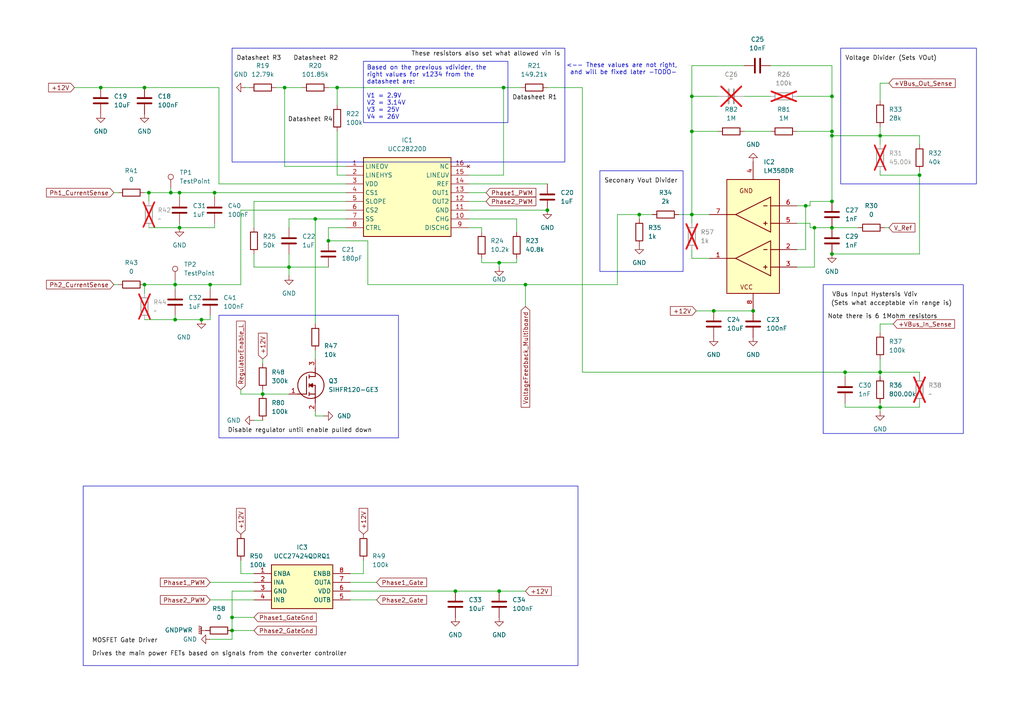
<source format=kicad_sch>
(kicad_sch (version 20250114) (generator "eeschema") (generator_version "9.0")
  (paper "A4")
  (title_block (title "5kw Modular Traction Inverter Boost Converter") (date "2025-02-02") (rev "1") (company "Rail Vehicle Traction Inverter") (comment 1 "UCSC") (comment 2 "Boost Converter Control and Gate Driver"))
  (lib_symbols
    (symbol "Connector:TestPoint" (pin_numbers (hide yes)) (pin_names (offset 0.762) (hide yes))
      (property "Reference" "TP" (at 0 6.858 0))
      (property "Value" "TestPoint" (at 0 5.08 0))
      (symbol "TestPoint_0_1"
        (circle (center 0 3.302) (radius 0.762))
      )
      (symbol "TestPoint_1_1"
        (pin passive line (at 0 0 90) (length 2.54) (name "1") (number "1"))
      )
    )
    (symbol "Device:C" (pin_numbers (hide yes)) (pin_names (offset 0.254))
      (property "Reference" "C" (at 0.635 2.54 0))
      (property "Value" "C" (at 0.635 -2.54 0))
      (symbol "C_0_1"
        (polyline (pts (xy -2.032 0.762) (xy 2.032 0.762)) (stroke (width 0.508)))
        (polyline (pts (xy -2.032 -0.762) (xy 2.032 -0.762)) (stroke (width 0.508)))
      )
      (symbol "C_1_1"
        (pin passive line (at 0 3.81 270) (length 2.794) (name "~") (number "1"))
        (pin passive line (at 0 -3.81 90) (length 2.794) (name "~") (number "2"))
      )
    )
    (symbol "Device:R" (pin_numbers (hide yes)) (pin_names (offset 0))
      (property "Reference" "R" (at 2.032 0 90))
      (property "Value" "R" (at 0 0 90))
      (symbol "R_0_1"
        (rectangle (start -1.016 -2.54) (end 1.016 2.54) (stroke (width 0.254)))
      )
      (symbol "R_1_1"
        (pin passive line (at 0 3.81 270) (length 1.27) (name "~") (number "1"))
        (pin passive line (at 0 -3.81 90) (length 1.27) (name "~") (number "2"))
      )
    )
    (symbol "InverterCom:LM358DR" (pin_names (hide yes))
      (property "Reference" "IC" (at 22.86 17.78 0))
      (property "Value" "LM358DR" (at 22.86 15.24 0))
      (symbol "LM358DR_1_1"
        (rectangle (start 5.08 7.62) (end 20.32 -25.4) (stroke (width 0.254)) (fill (type background)))
        (polyline (pts (xy 5.08 0) (xy 7.62 0)) (stroke (width 0.254)))
        (polyline (pts (xy 5.08 -5.08) (xy 7.62 -5.08)) (stroke (width 0.254)))
        (polyline (pts (xy 5.08 -12.7) (xy 7.62 -12.7)) (stroke (width 0.254)))
        (polyline (pts (xy 5.08 -17.78) (xy 7.62 -17.78)) (stroke (width 0.254)))
        (polyline (pts (xy 7.62 -7.62) (xy 7.62 2.54)) (stroke (width 0.254)))
        (polyline (pts (xy 7.62 -10.16) (xy 7.62 -20.32)) (stroke (width 0.254)))
        (polyline (pts (xy 8.636 0) (xy 9.652 0)) (stroke (width 0.254)))
        (polyline (pts (xy 8.636 -5.08) (xy 9.652 -5.08)) (stroke (width 0.254)))
        (polyline (pts (xy 8.636 -12.7) (xy 9.652 -12.7)) (stroke (width 0.254)))
        (polyline (pts (xy 8.636 -17.78) (xy 9.652 -17.78)) (stroke (width 0.254)))
        (polyline (pts (xy 9.144 -0.508) (xy 9.144 0.508)) (stroke (width 0.254)))
        (polyline (pts (xy 9.144 -12.192) (xy 9.144 -13.208)) (stroke (width 0.254)))
        (polyline (pts (xy 17.78 -2.54) (xy 7.62 2.54)) (stroke (width 0.254)))
        (polyline (pts (xy 17.78 -2.54) (xy 7.62 -7.62)) (stroke (width 0.254)))
        (polyline (pts (xy 17.78 -2.54) (xy 20.32 -2.54)) (stroke (width 0.254)))
        (polyline (pts (xy 17.78 -15.24) (xy 7.62 -10.16)) (stroke (width 0.254)))
        (polyline (pts (xy 17.78 -15.24) (xy 7.62 -20.32)) (stroke (width 0.254)))
        (polyline (pts (xy 17.78 -15.24) (xy 20.32 -15.24)) (stroke (width 0.254)))
        (text "VCC" (at 12.7 5.08 0) (effects (font (size 1.27 1.27)) (justify left top)))
        (text "GND" (at 12.7 -22.86 0) (effects (font (size 1.27 1.27)) (justify left top)))
        (pin passive line (at 0 0 0) (length 5.08) (name "IN1+") (number "3"))
        (pin passive line (at 0 -5.08 0) (length 5.08) (name "IN1-") (number "2"))
        (pin passive line (at 0 -12.7 0) (length 5.08) (name "IN2+") (number "5"))
        (pin passive line (at 0 -17.78 0) (length 5.08) (name "IN2-") (number "6"))
        (pin passive line (at 12.7 12.7 270) (length 5.08) (name "V+") (number "8"))
        (pin passive line (at 12.7 -30.48 90) (length 5.08) (name "V-") (number "4"))
        (pin passive line (at 25.4 -2.54 180) (length 5.08) (name "OUT1") (number "1"))
        (pin passive line (at 25.4 -15.24 180) (length 5.08) (name "OUT2") (number "7"))
      )
    )
    (symbol "InverterCom:SIHFR120-GE3" (pin_names (hide yes))
      (property "Reference" "Q" (at 11.43 3.81 0))
      (property "Value" "SIHFR120-GE3" (at 11.43 1.27 0))
      (symbol "SIHFR120-GE3_1_1"
        (polyline (pts (xy 2.54 0) (xy 5.08 0)) (stroke (width 0.254)))
        (polyline (pts (xy 5.08 5.08) (xy 5.08 0)) (stroke (width 0.254)))
        (polyline (pts (xy 5.842 5.588) (xy 5.842 4.572)) (stroke (width 0.254)))
        (polyline (pts (xy 5.842 2.54) (xy 6.858 3.048) (xy 6.858 2.032) (xy 5.842 2.54)) (stroke (width 0.254)) (fill (type outline)))
        (polyline (pts (xy 5.842 2.032) (xy 5.842 3.048)) (stroke (width 0.254)))
        (polyline (pts (xy 5.842 0) (xy 7.62 0)) (stroke (width 0.254)))
        (polyline (pts (xy 5.842 -0.508) (xy 5.842 0.508)) (stroke (width 0.254)))
        (circle (center 6.35 2.54) (radius 3.81) (stroke (width 0.254)))
        (polyline (pts (xy 7.62 5.08) (xy 5.842 5.08)) (stroke (width 0.254)))
        (polyline (pts (xy 7.62 5.08) (xy 7.62 7.62)) (stroke (width 0.254)))
        (polyline (pts (xy 7.62 2.54) (xy 5.842 2.54)) (stroke (width 0.254)))
        (polyline (pts (xy 7.62 2.54) (xy 7.62 -2.54)) (stroke (width 0.254)))
        (pin passive line (at 0 0 0) (length 2.54) (name "G") (number "1"))
        (pin passive line (at 7.62 10.16 270) (length 2.54) (name "D") (number "3"))
        (pin passive line (at 7.62 -5.08 90) (length 2.54) (name "S") (number "2"))
      )
    )
    (symbol "InverterCom:UCC27424QDRQ1"
      (property "Reference" "IC" (at 24.13 7.62 0))
      (property "Value" "UCC27424QDRQ1" (at 24.13 5.08 0))
      (symbol "UCC27424QDRQ1_1_1"
        (rectangle (start 5.08 2.54) (end 22.86 -10.16) (stroke (width 0.254)) (fill (type background)))
        (pin passive line (at 0 0 0) (length 5.08) (name "ENBA") (number "1"))
        (pin passive line (at 0 -2.54 0) (length 5.08) (name "INA") (number "2"))
        (pin passive line (at 0 -5.08 0) (length 5.08) (name "GND") (number "3"))
        (pin passive line (at 0 -7.62 0) (length 5.08) (name "INB") (number "4"))
        (pin passive line (at 27.94 0 180) (length 5.08) (name "ENBB") (number "8"))
        (pin passive line (at 27.94 -2.54 180) (length 5.08) (name "OUTA") (number "7"))
        (pin passive line (at 27.94 -5.08 180) (length 5.08) (name "VDD") (number "6"))
        (pin passive line (at 27.94 -7.62 180) (length 5.08) (name "OUTB") (number "5"))
      )
    )
    (symbol "InverterCom:UCC28220D"
      (property "Reference" "IC" (at 31.75 7.62 0))
      (property "Value" "UCC28220D" (at 31.75 5.08 0))
      (symbol "UCC28220D_1_1"
        (rectangle (start 5.08 2.54) (end 30.48 -20.32) (stroke (width 0.254)) (fill (type background)))
        (pin passive line (at 0 0 0) (length 5.08) (name "LINEOV") (number "1"))
        (pin passive line (at 0 -2.54 0) (length 5.08) (name "LINEHYS") (number "2"))
        (pin passive line (at 0 -5.08 0) (length 5.08) (name "VDD") (number "3"))
        (pin passive line (at 0 -7.62 0) (length 5.08) (name "CS1") (number "4"))
        (pin passive line (at 0 -10.16 0) (length 5.08) (name "SLOPE") (number "5"))
        (pin passive line (at 0 -12.7 0) (length 5.08) (name "CS2") (number "6"))
        (pin passive line (at 0 -15.24 0) (length 5.08) (name "SS") (number "7"))
        (pin passive line (at 0 -17.78 0) (length 5.08) (name "CTRL") (number "8"))
        (pin no_connect line (at 35.56 0 180) (length 5.08) (name "NC") (number "16"))
        (pin passive line (at 35.56 -2.54 180) (length 5.08) (name "LINEUV") (number "15"))
        (pin passive line (at 35.56 -5.08 180) (length 5.08) (name "REF") (number "14"))
        (pin passive line (at 35.56 -7.62 180) (length 5.08) (name "OUT1") (number "13"))
        (pin passive line (at 35.56 -10.16 180) (length 5.08) (name "OUT2") (number "12"))
        (pin passive line (at 35.56 -12.7 180) (length 5.08) (name "GND") (number "11"))
        (pin passive line (at 35.56 -15.24 180) (length 5.08) (name "CHG") (number "10"))
        (pin passive line (at 35.56 -17.78 180) (length 5.08) (name "DISCHG") (number "9"))
      )
    )
    (symbol "power:GND" (power) (pin_numbers (hide yes)) (pin_names (offset 0) (hide yes))
      (property "Value" "GND" (at 0 -3.81 0))
      (symbol "GND_0_1"
        (polyline (pts (xy 0 0) (xy 0 -1.27) (xy 1.27 -1.27) (xy 0 -2.54) (xy -1.27 -1.27) (xy 0 -1.27)))
      )
      (symbol "GND_1_1"
        (pin power_in line (at 0 0 270) (length 0) (name "~") (number "1"))
      )
    )
    (symbol "power:GNDPWR" (power) (pin_numbers (hide yes)) (pin_names (offset 0) (hide yes))
      (property "Value" "GNDPWR" (at 0 -3.302 0))
      (symbol "GNDPWR_0_1"
        (polyline (pts (xy -1.016 -1.27) (xy -1.27 -2.032) (xy -1.27 -2.032)) (stroke (width 0.2032)))
        (polyline (pts (xy -0.508 -1.27) (xy -0.762 -2.032) (xy -0.762 -2.032)) (stroke (width 0.2032)))
        (polyline (pts (xy 0 -1.27) (xy 0 0)))
        (polyline (pts (xy 0 -1.27) (xy -0.254 -2.032) (xy -0.254 -2.032)) (stroke (width 0.2032)))
        (polyline (pts (xy 0.508 -1.27) (xy 0.254 -2.032) (xy 0.254 -2.032)) (stroke (width 0.2032)))
        (polyline (pts (xy 1.016 -1.27) (xy -1.016 -1.27) (xy -1.016 -1.27)) (stroke (width 0.2032)))
        (polyline (pts (xy 1.016 -1.27) (xy 0.762 -2.032) (xy 0.762 -2.032) (xy 0.762 -2.032)) (stroke (width 0.2032)))
      )
      (symbol "GNDPWR_1_1"
        (pin power_in line (at 0 0 270) (length 0) (name "~") (number "1"))
      )
    )
  )
  (rectangle (start 67.31 13.97) (end 163.83 46.99))
  (rectangle (start 173.99 49.53) (end 198.12 78.74))
  (rectangle (start 243.84 13.97) (end 283.21 53.34))
  (rectangle (start 238.76 82.55) (end 279.4 125.73))
  (rectangle (start 24.13 140.97) (end 167.64 193.04))
  (rectangle (start 63.5 91.44) (end 115.57 127))
  (text "<-- These values are not right,\n and will be fixed later -TODO-\n" (at 180.34 20.066 0) (effects (font (size 1.27 1.27))))
  (text_box "Based on the previous vdivider, the right values for v1234 from the datasheet are:\n\nV1 = 2.9V\nV2 = 3.14V\nV3 = 25V\nV4 = 26V" (at 105.41 17.78 0) (size 41.91 17.78) (margins 0.9525 0.9525 0.9525 0.9525) (effects (font (size 1.27 1.27)) (justify left top)))
  (junction (at 185.42 62.23))
  (junction (at 29.21 25.4))
  (junction (at 41.91 25.4))
  (junction (at 266.7 50.8))
  (junction (at 152.4 82.55))
  (junction (at 82.55 25.4))
  (junction (at 132.08 171.45))
  (junction (at 236.22 66.04))
  (junction (at 255.27 107.95))
  (junction (at 52.07 66.04))
  (junction (at 50.8 82.55))
  (junction (at 67.31 179.07))
  (junction (at 41.91 82.55))
  (junction (at 83.82 77.47))
  (junction (at 241.3 73.66))
  (junction (at 245.11 107.95))
  (junction (at 50.8 92.71))
  (junction (at 218.44 90.17))
  (junction (at 49.53 55.88))
  (junction (at 146.05 25.4))
  (junction (at 144.78 76.2))
  (junction (at 144.78 171.45))
  (junction (at 255.27 39.37))
  (junction (at 200.66 38.1))
  (junction (at 241.3 38.1))
  (junction (at 233.68 59.69))
  (junction (at 62.23 55.88))
  (junction (at 97.79 25.4))
  (junction (at 58.42 92.71))
  (junction (at 158.75 60.96))
  (junction (at 60.96 82.55))
  (junction (at 200.66 62.23))
  (junction (at 241.3 66.04))
  (junction (at 255.27 118.11))
  (junction (at 67.31 182.88))
  (junction (at 76.2 114.3))
  (junction (at 241.3 58.42))
  (junction (at 207.01 90.17))
  (junction (at 91.44 63.5))
  (junction (at 43.18 55.88))
  (junction (at 95.25 69.85))
  (junction (at 241.3 27.94))
  (junction (at 200.66 27.94))
  (junction (at 241.3 39.37))
  (junction (at 52.07 55.88))
  (wire (pts (xy 245.11 107.95) (xy 255.27 107.95)))
  (wire (pts (xy 41.91 92.71) (xy 50.8 92.71)))
  (wire (pts (xy 233.68 72.39) (xy 233.68 59.69)))
  (wire (pts (xy 52.07 55.88) (xy 62.23 55.88)))
  (wire (pts (xy 200.66 19.05) (xy 215.9 19.05)))
  (wire (pts (xy 266.7 50.8) (xy 255.27 50.8)))
  (wire (pts (xy 231.14 64.77) (xy 234.95 64.77)))
  (wire (pts (xy 58.42 92.71) (xy 60.96 92.71)))
  (wire (pts (xy 83.82 63.5) (xy 91.44 63.5)))
  (wire (pts (xy 266.7 41.91) (xy 266.7 39.37)))
  (wire (pts (xy 33.02 82.55) (xy 34.29 82.55)))
  (wire (pts (xy 95.25 66.04) (xy 100.33 66.04)))
  (wire (pts (xy 245.11 107.95) (xy 245.11 109.22)))
  (wire (pts (xy 256.54 66.04) (xy 257.81 66.04)))
  (wire (pts (xy 100.33 58.42) (xy 73.66 58.42)))
  (wire (pts (xy 179.07 62.23) (xy 185.42 62.23)))
  (wire (pts (xy 200.66 27.94) (xy 200.66 38.1)))
  (wire (pts (xy 135.89 63.5) (xy 149.86 63.5)))
  (wire (pts (xy 41.91 82.55) (xy 41.91 85.09)))
  (wire (pts (xy 62.23 55.88) (xy 100.33 55.88)))
  (wire (pts (xy 257.81 24.13) (xy 255.27 24.13)))
  (wire (pts (xy 82.55 48.26) (xy 82.55 25.4)))
  (wire (pts (xy 100.33 48.26) (xy 82.55 48.26)))
  (wire (pts (xy 67.31 185.42) (xy 67.31 182.88)))
  (wire (pts (xy 139.7 67.31) (xy 139.7 66.04)))
  (wire (pts (xy 255.27 107.95) (xy 255.27 109.22)))
  (wire (pts (xy 67.31 179.07) (xy 67.31 182.88)))
  (wire (pts (xy 95.25 25.4) (xy 97.79 25.4)))
  (wire (pts (xy 60.96 82.55) (xy 69.85 82.55)))
  (wire (pts (xy 50.8 82.55) (xy 60.96 82.55)))
  (wire (pts (xy 205.74 74.93) (xy 200.66 74.93)))
  (wire (pts (xy 60.96 92.71) (xy 60.96 91.44)))
  (wire (pts (xy 49.53 55.88) (xy 52.07 55.88)))
  (wire (pts (xy 97.79 38.1) (xy 97.79 50.8)))
  (wire (pts (xy 144.78 171.45) (xy 152.4 171.45)))
  (wire (pts (xy 231.14 72.39) (xy 233.68 72.39)))
  (wire (pts (xy 152.4 82.55) (xy 179.07 82.55)))
  (wire (pts (xy 106.68 82.55) (xy 152.4 82.55)))
  (wire (pts (xy 33.02 55.88) (xy 34.29 55.88)))
  (wire (pts (xy 135.89 53.34) (xy 158.75 53.34)))
  (wire (pts (xy 100.33 60.96) (xy 69.85 60.96)))
  (wire (pts (xy 50.8 83.82) (xy 50.8 82.55)))
  (wire (pts (xy 95.25 66.04) (xy 95.25 69.85)))
  (wire (pts (xy 168.91 107.95) (xy 245.11 107.95)))
  (wire (pts (xy 135.89 50.8) (xy 146.05 50.8)))
  (wire (pts (xy 200.66 38.1) (xy 208.28 38.1)))
  (wire (pts (xy 83.82 77.47) (xy 83.82 80.01)))
  (wire (pts (xy 266.7 107.95) (xy 255.27 107.95)))
  (wire (pts (xy 63.5 25.4) (xy 41.91 25.4)))
  (wire (pts (xy 144.78 77.47) (xy 144.78 76.2)))
  (wire (pts (xy 91.44 101.6) (xy 91.44 104.14)))
  (wire (pts (xy 105.41 166.37) (xy 101.6 166.37)))
  (wire (pts (xy 63.5 53.34) (xy 100.33 53.34)))
  (wire (pts (xy 135.89 58.42) (xy 140.97 58.42)))
  (wire (pts (xy 95.25 69.85) (xy 106.68 69.85)))
  (wire (pts (xy 97.79 25.4) (xy 146.05 25.4)))
  (wire (pts (xy 93.98 120.65) (xy 91.44 120.65)))
  (wire (pts (xy 205.74 62.23) (xy 200.66 62.23)))
  (wire (pts (xy 73.66 77.47) (xy 83.82 77.47)))
  (wire (pts (xy 69.85 113.03) (xy 69.85 114.3)))
  (wire (pts (xy 266.7 49.53) (xy 266.7 50.8)))
  (wire (pts (xy 41.91 82.55) (xy 50.8 82.55)))
  (wire (pts (xy 76.2 114.3) (xy 76.2 113.03)))
  (wire (pts (xy 241.3 73.66) (xy 266.7 73.66)))
  (wire (pts (xy 67.31 171.45) (xy 67.31 179.07)))
  (wire (pts (xy 83.82 114.3) (xy 76.2 114.3)))
  (wire (pts (xy 266.7 109.22) (xy 266.7 107.95)))
  (wire (pts (xy 241.3 19.05) (xy 241.3 27.94)))
  (wire (pts (xy 146.05 25.4) (xy 151.13 25.4)))
  (wire (pts (xy 241.3 38.1) (xy 241.3 39.37)))
  (wire (pts (xy 200.66 64.77) (xy 200.66 62.23)))
  (wire (pts (xy 233.68 59.69) (xy 231.14 59.69)))
  (wire (pts (xy 135.89 66.04) (xy 139.7 66.04)))
  (wire (pts (xy 234.95 59.69) (xy 234.95 58.42)))
  (wire (pts (xy 60.96 168.91) (xy 73.66 168.91)))
  (wire (pts (xy 106.68 69.85) (xy 106.68 82.55)))
  (wire (pts (xy 149.86 76.2) (xy 149.86 74.93)))
  (wire (pts (xy 71.12 25.4) (xy 72.39 25.4)))
  (wire (pts (xy 41.91 55.88) (xy 43.18 55.88)))
  (wire (pts (xy 241.3 66.04) (xy 248.92 66.04)))
  (wire (pts (xy 266.7 39.37) (xy 255.27 39.37)))
  (wire (pts (xy 255.27 24.13) (xy 255.27 29.21)))
  (wire (pts (xy 69.85 162.56) (xy 69.85 166.37)))
  (wire (pts (xy 82.55 25.4) (xy 87.63 25.4)))
  (wire (pts (xy 62.23 64.77) (xy 62.23 66.04)))
  (wire (pts (xy 63.5 53.34) (xy 63.5 25.4)))
  (wire (pts (xy 231.14 27.94) (xy 241.3 27.94)))
  (wire (pts (xy 82.55 25.4) (xy 80.01 25.4)))
  (wire (pts (xy 50.8 81.28) (xy 50.8 82.55)))
  (wire (pts (xy 43.18 66.04) (xy 52.07 66.04)))
  (wire (pts (xy 234.95 66.04) (xy 236.22 66.04)))
  (wire (pts (xy 207.01 90.17) (xy 218.44 90.17)))
  (wire (pts (xy 29.21 25.4) (xy 41.91 25.4)))
  (wire (pts (xy 83.82 63.5) (xy 83.82 66.04)))
  (wire (pts (xy 60.96 185.42) (xy 67.31 185.42)))
  (wire (pts (xy 91.44 63.5) (xy 91.44 93.98)))
  (wire (pts (xy 234.95 58.42) (xy 241.3 58.42)))
  (wire (pts (xy 168.91 25.4) (xy 168.91 107.95)))
  (wire (pts (xy 50.8 92.71) (xy 58.42 92.71)))
  (wire (pts (xy 83.82 73.66) (xy 83.82 77.47)))
  (wire (pts (xy 52.07 66.04) (xy 62.23 66.04)))
  (wire (pts (xy 67.31 182.88) (xy 73.66 182.88)))
  (wire (pts (xy 241.3 39.37) (xy 241.3 58.42)))
  (wire (pts (xy 101.6 173.99) (xy 109.22 173.99)))
  (wire (pts (xy 97.79 30.48) (xy 97.79 25.4)))
  (wire (pts (xy 200.66 27.94) (xy 200.66 19.05)))
  (wire (pts (xy 139.7 76.2) (xy 144.78 76.2)))
  (wire (pts (xy 236.22 77.47) (xy 236.22 66.04)))
  (wire (pts (xy 185.42 63.5) (xy 185.42 62.23)))
  (wire (pts (xy 101.6 171.45) (xy 132.08 171.45)))
  (wire (pts (xy 241.3 39.37) (xy 255.27 39.37)))
  (wire (pts (xy 73.66 58.42) (xy 73.66 66.04)))
  (wire (pts (xy 146.05 25.4) (xy 146.05 50.8)))
  (wire (pts (xy 43.18 55.88) (xy 49.53 55.88)))
  (wire (pts (xy 73.66 121.92) (xy 76.2 121.92)))
  (wire (pts (xy 43.18 58.42) (xy 43.18 55.88)))
  (wire (pts (xy 69.85 60.96) (xy 69.85 82.55)))
  (wire (pts (xy 135.89 60.96) (xy 158.75 60.96)))
  (wire (pts (xy 255.27 49.53) (xy 255.27 50.8)))
  (wire (pts (xy 231.14 77.47) (xy 236.22 77.47)))
  (wire (pts (xy 132.08 171.45) (xy 144.78 171.45)))
  (wire (pts (xy 241.3 27.94) (xy 241.3 38.1)))
  (wire (pts (xy 200.66 27.94) (xy 208.28 27.94)))
  (wire (pts (xy 105.41 162.56) (xy 105.41 166.37)))
  (wire (pts (xy 201.93 90.17) (xy 207.01 90.17)))
  (wire (pts (xy 69.85 114.3) (xy 76.2 114.3)))
  (wire (pts (xy 255.27 96.52) (xy 255.27 93.98)))
  (wire (pts (xy 152.4 82.55) (xy 152.4 88.9)))
  (wire (pts (xy 200.66 38.1) (xy 200.66 62.23)))
  (wire (pts (xy 223.52 19.05) (xy 241.3 19.05)))
  (wire (pts (xy 60.96 82.55) (xy 60.96 83.82)))
  (wire (pts (xy 101.6 168.91) (xy 109.22 168.91)))
  (wire (pts (xy 179.07 82.55) (xy 179.07 62.23)))
  (wire (pts (xy 52.07 57.15) (xy 52.07 55.88)))
  (wire (pts (xy 255.27 118.11) (xy 245.11 118.11)))
  (wire (pts (xy 67.31 171.45) (xy 73.66 171.45)))
  (wire (pts (xy 158.75 25.4) (xy 168.91 25.4)))
  (wire (pts (xy 73.66 73.66) (xy 73.66 77.47)))
  (wire (pts (xy 234.95 64.77) (xy 234.95 66.04)))
  (wire (pts (xy 200.66 74.93) (xy 200.66 72.39)))
  (wire (pts (xy 97.79 50.8) (xy 100.33 50.8)))
  (wire (pts (xy 236.22 66.04) (xy 241.3 66.04)))
  (wire (pts (xy 135.89 55.88) (xy 140.97 55.88)))
  (wire (pts (xy 91.44 120.65) (xy 91.44 119.38)))
  (wire (pts (xy 60.96 173.99) (xy 73.66 173.99)))
  (wire (pts (xy 52.07 64.77) (xy 52.07 66.04)))
  (wire (pts (xy 50.8 92.71) (xy 50.8 91.44)))
  (wire (pts (xy 196.85 62.23) (xy 200.66 62.23)))
  (wire (pts (xy 73.66 166.37) (xy 69.85 166.37)))
  (wire (pts (xy 91.44 63.5) (xy 100.33 63.5)))
  (wire (pts (xy 67.31 179.07) (xy 73.66 179.07)))
  (wire (pts (xy 62.23 55.88) (xy 62.23 57.15)))
  (wire (pts (xy 144.78 76.2) (xy 149.86 76.2)))
  (wire (pts (xy 231.14 38.1) (xy 241.3 38.1)))
  (wire (pts (xy 83.82 77.47) (xy 95.25 77.47)))
  (wire (pts (xy 149.86 63.5) (xy 149.86 67.31)))
  (wire (pts (xy 255.27 118.11) (xy 266.7 118.11)))
  (wire (pts (xy 266.7 118.11) (xy 266.7 116.84)))
  (wire (pts (xy 255.27 93.98) (xy 259.08 93.98)))
  (wire (pts (xy 49.53 54.61) (xy 49.53 55.88)))
  (wire (pts (xy 139.7 76.2) (xy 139.7 74.93)))
  (wire (pts (xy 255.27 118.11) (xy 255.27 119.38)))
  (wire (pts (xy 215.9 27.94) (xy 223.52 27.94)))
  (wire (pts (xy 215.9 38.1) (xy 223.52 38.1)))
  (wire (pts (xy 255.27 39.37) (xy 255.27 41.91)))
  (wire (pts (xy 255.27 104.14) (xy 255.27 107.95)))
  (wire (pts (xy 185.42 62.23) (xy 189.23 62.23)))
  (wire (pts (xy 76.2 104.14) (xy 76.2 105.41)))
  (wire (pts (xy 245.11 118.11) (xy 245.11 116.84)))
  (wire (pts (xy 234.95 59.69) (xy 233.68 59.69)))
  (wire (pts (xy 266.7 50.8) (xy 266.7 73.66)))
  (wire (pts (xy 255.27 36.83) (xy 255.27 39.37)))
  (wire (pts (xy 255.27 118.11) (xy 255.27 116.84)))
  (wire (pts (xy 21.59 25.4) (xy 29.21 25.4)))
  (label "Datasheet R3" (at 68.58 17.78 0))
  (label "These resistors also set what allowed vin is" (at 162.56 16.51 180))
  (label "Drives the main power FETs based on signals from the converter controller" (at 26.67 190.5 0))
  (label "VBus Input Hystersis Vdiv" (at 241.3 86.36 0))
  (label "Datasheet R1" (at 148.59 29.21 0))
  (label "Datasheet R4" (at 96.52 35.56 180))
  (label "Seconary Vout Divider" (at 175.26 53.34 0))
  (label "MOSFET Gate Driver" (at 26.67 186.69 0))
  (label "Voltage Divider (Sets VOut)" (at 245.11 17.78 0))
  (label "Datasheet R2" (at 85.09 17.78 0))
  (label "Note there is 6 1Mohm resistors" (at 240.03 92.71 0))
  (label "Disable regulator until enable pulled down" (at 66.04 125.73 0))
  (label " (Sets what acceptable vin range is)" (at 240.03 88.9 0))
  (global_label "+12V" (shape input) (at 21.59 25.4 180) (property "Intersheetrefs" "${INTERSHEET_REFS}" (effects (hide yes))))
  (global_label "V_Ref" (shape input) (at 257.81 66.04 0) (property "Intersheetrefs" "${INTERSHEET_REFS}" (effects (hide yes))))
  (global_label "Ph2_CurrentSense" (shape input) (at 33.02 82.55 180) (property "Intersheetrefs" "${INTERSHEET_REFS}" (effects (hide yes))))
  (global_label "VoltageFeedback_Multiboard" (shape input) (at 152.4 88.9 270) (property "Intersheetrefs" "${INTERSHEET_REFS}" (effects (hide yes))))
  (global_label "Phase1_Gate" (shape input) (at 109.22 168.91 0) (property "Intersheetrefs" "${INTERSHEET_REFS}" (effects (hide yes))))
  (global_label "Phase2_GateGnd" (shape input) (at 73.66 182.88 0) (property "Intersheetrefs" "${INTERSHEET_REFS}" (effects (hide yes))))
  (global_label "Phase1_GateGnd" (shape input) (at 73.66 179.07 0) (property "Intersheetrefs" "${INTERSHEET_REFS}" (effects (hide yes))))
  (global_label "Phase2_Gate" (shape input) (at 109.22 173.99 0) (property "Intersheetrefs" "${INTERSHEET_REFS}" (effects (hide yes))))
  (global_label "+12V" (shape input) (at 76.2 104.14 90) (property "Intersheetrefs" "${INTERSHEET_REFS}" (effects (hide yes))))
  (global_label "+12V" (shape input) (at 201.93 90.17 180) (property "Intersheetrefs" "${INTERSHEET_REFS}" (effects (hide yes))))
  (global_label "+12V" (shape input) (at 152.4 171.45 0) (property "Intersheetrefs" "${INTERSHEET_REFS}" (effects (hide yes))))
  (global_label "RegulatorEnable_L" (shape input) (at 69.85 113.03 90) (property "Intersheetrefs" "${INTERSHEET_REFS}" (effects (hide yes))))
  (global_label "Phase1_PWM" (shape input) (at 140.97 55.88 0) (property "Intersheetrefs" "${INTERSHEET_REFS}" (effects (hide yes))))
  (global_label "Ph1_CurrentSense" (shape input) (at 33.02 55.88 180) (property "Intersheetrefs" "${INTERSHEET_REFS}" (effects (hide yes))))
  (global_label "+VBus_Out_Sense" (shape input) (at 257.81 24.13 0) (property "Intersheetrefs" "${INTERSHEET_REFS}" (effects (hide yes))))
  (global_label "Phase2_PWM" (shape input) (at 60.96 173.99 180) (property "Intersheetrefs" "${INTERSHEET_REFS}" (effects (hide yes))))
  (global_label "+12V" (shape input) (at 105.41 154.94 90) (property "Intersheetrefs" "${INTERSHEET_REFS}" (effects (hide yes))))
  (global_label "Phase2_PWM" (shape input) (at 140.97 58.42 0) (property "Intersheetrefs" "${INTERSHEET_REFS}" (effects (hide yes))))
  (global_label "Phase1_PWM" (shape input) (at 60.96 168.91 180) (property "Intersheetrefs" "${INTERSHEET_REFS}" (effects (hide yes))))
  (global_label "+VBus_In_Sense" (shape input) (at 259.08 93.98 0) (property "Intersheetrefs" "${INTERSHEET_REFS}" (effects (hide yes))))
  (global_label "+12V" (shape input) (at 69.85 154.94 90) (property "Intersheetrefs" "${INTERSHEET_REFS}" (effects (hide yes))))
  (symbol (lib_id "power:GND") (at 93.98 120.65 90) (unit 1)
    (property "Reference" "#PWR036" (effects (hide yes)))
    (property "Value" "GND" (at 97.79 120.6499 90) (effects (justify right)))
    (property "Description" "Power symbol creates a global label with name \"GND\" , ground" (effects (hide yes)))
  )
  (symbol (lib_id "Device:C") (at 212.09 27.94 90) (unit 1) (dnp yes)
    (property "Reference" "C26" (at 212.09 21.59 90))
    (property "Value" "~" (at 212.09 22.86 90))
    (property "Footprint" "Capacitor_SMD:C_1210_3225Metric_Pad1.33x2.70mm_HandSolder" (effects (hide yes)))
    (property "Description" "Unpolarized capacitor" (effects (hide yes)))
  )
  (symbol (lib_id "power:GND") (at 144.78 179.07 0) (unit 1)
    (property "Reference" "#PWR038" (effects (hide yes)))
    (property "Value" "GND" (at 144.78 184.15 0))
    (property "Description" "Power symbol creates a global label with name \"GND\" , ground" (effects (hide yes)))
  )
  (symbol (lib_id "Device:C") (at 218.44 93.98 0) (unit 1)
    (property "Reference" "C23" (at 222.25 92.7099 0) (effects (justify left)))
    (property "Value" "100nF" (at 222.25 95.2499 0) (effects (justify left)))
    (property "Footprint" "Capacitor_SMD:C_1210_3225Metric_Pad1.33x2.70mm_HandSolder" (effects (hide yes)))
    (property "Description" "Unpolarized capacitor" (effects (hide yes)))
  )
  (symbol (lib_id "Device:C") (at 158.75 57.15 0) (unit 1)
    (property "Reference" "C20" (at 162.56 55.8799 0) (effects (justify left)))
    (property "Value" "1uF" (at 162.56 58.4199 0) (effects (justify left)))
    (property "Footprint" "Capacitor_SMD:C_1210_3225Metric_Pad1.33x2.70mm_HandSolder" (effects (hide yes)))
    (property "Description" "Unpolarized capacitor" (effects (hide yes)))
  )
  (symbol (lib_id "Device:R") (at 76.2 118.11 180) (unit 1)
    (property "Reference" "R80" (at 78.74 116.8399 0) (effects (justify right)))
    (property "Value" "100k" (at 78.74 119.3799 0) (effects (justify right)))
    (property "Footprint" "Resistor_SMD:R_1210_3225Metric_Pad1.30x2.65mm_HandSolder" (effects (hide yes)))
    (property "Description" "Resistor" (effects (hide yes)))
  )
  (symbol (lib_id "Device:R") (at 255.27 100.33 180) (unit 1)
    (property "Reference" "R37" (at 257.81 99.0599 0) (effects (justify right)))
    (property "Value" "100k" (at 257.81 101.5999 0) (effects (justify right)))
    (property "Footprint" "Resistor_SMD:R_1210_3225Metric_Pad1.30x2.65mm_HandSolder" (effects (hide yes)))
    (property "Description" "Resistor" (effects (hide yes)))
  )
  (symbol (lib_id "power:GNDPWR") (at 59.69 182.88 270) (unit 1)
    (property "Reference" "#PWR011" (effects (hide yes)))
    (property "Value" "GNDPWR" (at 55.88 182.7529 90) (effects (justify right)))
    (property "Description" "Power symbol creates a global label with name \"GNDPWR\" , global ground" (effects (hide yes)))
  )
  (symbol (lib_id "Device:R") (at 73.66 69.85 0) (unit 1)
    (property "Reference" "R25" (at 76.2 68.5799 0) (effects (justify left)))
    (property "Value" "50k" (at 76.2 71.1199 0) (effects (justify left)))
    (property "Footprint" "Resistor_SMD:R_1210_3225Metric_Pad1.30x2.65mm_HandSolder" (effects (hide yes)))
    (property "Description" "Resistor" (effects (hide yes)))
  )
  (symbol (lib_id "Device:R") (at 252.73 66.04 90) (unit 1)
    (property "Reference" "R30" (at 252.73 59.69 90))
    (property "Value" "0" (at 252.73 62.23 90))
    (property "Footprint" "Resistor_SMD:R_1210_3225Metric_Pad1.30x2.65mm_HandSolder" (effects (hide yes)))
    (property "Description" "Resistor" (effects (hide yes)))
  )
  (symbol (lib_id "Device:R") (at 227.33 27.94 90) (unit 1) (dnp yes)
    (property "Reference" "R26" (at 227.33 21.59 90))
    (property "Value" "100k" (at 227.33 24.13 90))
    (property "Footprint" "Resistor_SMD:R_1210_3225Metric_Pad1.30x2.65mm_HandSolder" (effects (hide yes)))
    (property "Description" "Resistor" (effects (hide yes)))
  )
  (symbol (lib_id "power:GND") (at 132.08 179.07 0) (unit 1)
    (property "Reference" "#PWR037" (effects (hide yes)))
    (property "Value" "GND" (at 132.08 184.15 0))
    (property "Description" "Power symbol creates a global label with name \"GND\" , ground" (effects (hide yes)))
  )
  (symbol (lib_id "power:GND") (at 158.75 60.96 0) (unit 1)
    (property "Reference" "#PWR026" (effects (hide yes)))
    (property "Value" "GND" (at 158.75 66.04 0))
    (property "Description" "Power symbol creates a global label with name \"GND\" , ground" (effects (hide yes)))
  )
  (symbol (lib_id "Device:R") (at 76.2 25.4 90) (unit 1)
    (property "Reference" "R19" (at 76.2 19.05 90))
    (property "Value" "12.79k" (at 76.2 21.59 90))
    (property "Footprint" "Resistor_SMD:R_1210_3225Metric_Pad1.30x2.65mm_HandSolder" (effects (hide yes)))
    (property "Description" "Resistor" (effects (hide yes)))
  )
  (symbol (lib_id "Device:R") (at 105.41 158.75 180) (unit 1)
    (property "Reference" "R49" (at 107.95 161.2899 0) (effects (justify right)))
    (property "Value" "100k" (at 107.95 163.8299 0) (effects (justify right)))
    (property "Footprint" "Resistor_SMD:R_1210_3225Metric_Pad1.30x2.65mm_HandSolder" (effects (hide yes)))
    (property "Description" "Resistor" (effects (hide yes)))
  )
  (symbol (lib_id "power:GND") (at 29.21 33.02 0) (unit 1)
    (property "Reference" "#PWR024" (effects (hide yes)))
    (property "Value" "GND" (at 29.21 38.1 0))
    (property "Description" "Power symbol creates a global label with name \"GND\" , ground" (effects (hide yes)))
  )
  (symbol (lib_id "Device:R") (at 255.27 33.02 180) (unit 1)
    (property "Reference" "R33" (at 257.81 31.7499 0) (effects (justify right)))
    (property "Value" "28k" (at 257.81 34.2899 0) (effects (justify right)))
    (property "Footprint" "Resistor_SMD:R_1210_3225Metric_Pad1.30x2.65mm_HandSolder" (effects (hide yes)))
    (property "Description" "Resistor" (effects (hide yes)))
  )
  (symbol (lib_id "Device:R") (at 91.44 25.4 90) (unit 1)
    (property "Reference" "R20" (at 91.44 19.05 90))
    (property "Value" "101.85k" (at 91.44 21.59 90))
    (property "Footprint" "Resistor_SMD:R_1210_3225Metric_Pad1.30x2.65mm_HandSolder" (effects (hide yes)))
    (property "Description" "Resistor" (effects (hide yes)))
  )
  (symbol (lib_id "power:GND") (at 60.96 185.42 270) (unit 1)
    (property "Reference" "#PWR039" (effects (hide yes)))
    (property "Value" "GND" (at 57.15 185.4199 90) (effects (justify right)))
    (property "Description" "Power symbol creates a global label with name \"GND\" , ground" (effects (hide yes)))
  )
  (symbol (lib_id "Device:R") (at 212.09 38.1 90) (unit 1)
    (property "Reference" "R82" (at 212.09 31.75 90))
    (property "Value" "1M" (at 212.09 34.29 90))
    (property "Footprint" "Resistor_SMD:R_1210_3225Metric_Pad1.30x2.65mm_HandSolder" (effects (hide yes)))
    (property "Description" "Resistor" (effects (hide yes)))
  )
  (symbol (lib_id "power:GND") (at 52.07 66.04 0) (unit 1)
    (property "Reference" "#PWR095" (effects (hide yes)))
    (property "Value" "GND" (at 52.07 71.12 0))
    (property "Description" "Power symbol creates a global label with name \"GND\" , ground" (effects (hide yes)))
  )
  (symbol (lib_id "Device:R") (at 91.44 97.79 180) (unit 1)
    (property "Reference" "R47" (at 93.98 100.3299 0) (effects (justify right)))
    (property "Value" "10k" (at 93.98 102.8699 0) (effects (justify right)))
    (property "Footprint" "Resistor_SMD:R_1210_3225Metric_Pad1.30x2.65mm_HandSolder" (effects (hide yes)))
    (property "Description" "Resistor" (effects (hide yes)))
  )
  (symbol (lib_id "Device:R") (at 139.7 71.12 0) (unit 1)
    (property "Reference" "R24" (at 142.24 69.8499 0) (effects (justify left)))
    (property "Value" "10.2k" (at 142.24 72.3899 0) (effects (justify left)))
    (property "Footprint" "Resistor_SMD:R_1210_3225Metric_Pad1.30x2.65mm_HandSolder" (effects (hide yes)))
    (property "Description" "Resistor" (effects (hide yes)))
  )
  (symbol (lib_id "Device:C") (at 241.3 69.85 180) (unit 1)
    (property "Reference" "C29" (at 245.11 68.5799 0) (effects (justify right)))
    (property "Value" "1nF" (at 245.11 71.1199 0) (effects (justify right)))
    (property "Footprint" "Capacitor_SMD:C_1210_3225Metric_Pad1.33x2.70mm_HandSolder" (effects (hide yes)))
    (property "Description" "Unpolarized capacitor" (effects (hide yes)))
  )
  (symbol (lib_id "power:GND") (at 71.12 25.4 270) (unit 1)
    (property "Reference" "#PWR023" (effects (hide yes)))
    (property "Value" "GND" (at 69.85 21.59 90))
    (property "Description" "Power symbol creates a global label with name \"GND\" , ground" (effects (hide yes)))
  )
  (symbol (lib_id "Device:R") (at 200.66 68.58 180) (unit 1) (dnp yes)
    (property "Reference" "R57" (at 203.2 67.3099 0) (effects (justify right)))
    (property "Value" "1k" (at 203.2 69.8499 0) (effects (justify right)))
    (property "Footprint" "Resistor_SMD:R_1210_3225Metric_Pad1.30x2.65mm_HandSolder" (effects (hide yes)))
    (property "Description" "Resistor" (effects (hide yes)))
  )
  (symbol (lib_id "InverterCom:SIHFR120-GE3") (at 83.82 114.3 0) (unit 1)
    (property "Reference" "Q3" (at 95.25 110.4899 0) (effects (justify left)))
    (property "Value" "SIHFR120-GE3" (at 95.25 113.0299 0) (effects (justify left)))
    (property "Footprint" "InverterCom:SIHFR120GE3" (effects (hide yes)))
    (property "Datasheet" "https://www.mouser.in/datasheet/2/427/91266-1768752.pdf" (effects (hide yes)))
    (property "Description" "MOSFET 100V N-CH" (effects (hide yes)))
    (property "Height" "2.38" (effects (hide yes)))
    (property "Mouser Part Number" "78-SIHFR120-GE3" (effects (hide yes)))
    (property "Mouser Price/Stock" "https://www.mouser.co.uk/ProductDetail/Vishay-Siliconix/SIHFR120-GE3?qs=FfLXECYddQTykmVhSg2%2FTQ%3D%3D" (effects (hide yes)))
    (property "Manufacturer_Name" "Vishay" (effects (hide yes)))
    (property "Manufacturer_Part_Number" "SIHFR120-GE3" (effects (hide yes)))
  )
  (symbol (lib_id "Device:C") (at 83.82 69.85 0) (unit 1)
    (property "Reference" "C22" (at 87.63 68.5799 0) (effects (justify left)))
    (property "Value" "1uF" (at 87.63 71.1199 0) (effects (justify left)))
    (property "Footprint" "Capacitor_SMD:C_1210_3225Metric_Pad1.33x2.70mm_HandSolder" (effects (hide yes)))
    (property "Description" "Unpolarized capacitor" (effects (hide yes)))
  )
  (symbol (lib_id "Device:R") (at 69.85 158.75 180) (unit 1)
    (property "Reference" "R50" (at 72.39 161.2899 0) (effects (justify right)))
    (property "Value" "100k" (at 72.39 163.8299 0) (effects (justify right)))
    (property "Footprint" "Resistor_SMD:R_1210_3225Metric_Pad1.30x2.65mm_HandSolder" (effects (hide yes)))
    (property "Description" "Resistor" (effects (hide yes)))
  )
  (symbol (lib_id "power:GND") (at 185.42 71.12 0) (unit 1)
    (property "Reference" "#PWR033" (effects (hide yes)))
    (property "Value" "GND" (at 185.42 76.2 0))
    (property "Description" "Power symbol creates a global label with name \"GND\" , ground" (effects (hide yes)))
  )
  (symbol (lib_id "Device:R") (at 149.86 71.12 0) (unit 1)
    (property "Reference" "R23" (at 152.4 69.8499 0) (effects (justify left)))
    (property "Value" "40.8k" (at 152.4 72.3899 0) (effects (justify left)))
    (property "Footprint" "Resistor_SMD:R_1210_3225Metric_Pad1.30x2.65mm_HandSolder" (effects (hide yes)))
    (property "Description" "Resistor" (effects (hide yes)))
  )
  (symbol (lib_id "Device:R") (at 185.42 67.31 180) (unit 1)
    (property "Reference" "R35" (at 187.96 66.0399 0) (effects (justify right)))
    (property "Value" "1k" (at 187.96 68.5799 0) (effects (justify right)))
    (property "Footprint" "Resistor_SMD:R_1210_3225Metric_Pad1.30x2.65mm_HandSolder" (effects (hide yes)))
    (property "Description" "Resistor" (effects (hide yes)))
  )
  (symbol (lib_id "Device:R") (at 227.33 38.1 90) (unit 1)
    (property "Reference" "R81" (at 227.33 31.75 90))
    (property "Value" "1M" (at 227.33 34.29 90))
    (property "Footprint" "Resistor_SMD:R_1210_3225Metric_Pad1.30x2.65mm_HandSolder" (effects (hide yes)))
    (property "Description" "Resistor" (effects (hide yes)))
  )
  (symbol (lib_id "Device:C") (at 95.25 73.66 0) (unit 1)
    (property "Reference" "C21" (at 99.06 72.3899 0) (effects (justify left)))
    (property "Value" "180pF" (at 99.06 74.9299 0) (effects (justify left)))
    (property "Footprint" "Capacitor_SMD:C_1210_3225Metric_Pad1.33x2.70mm_HandSolder" (effects (hide yes)))
    (property "Description" "Unpolarized capacitor" (effects (hide yes)))
  )
  (symbol (lib_id "Device:R") (at 43.18 62.23 180) (unit 1) (dnp yes)
    (property "Reference" "R42" (at 45.72 60.9599 0) (effects (justify right)))
    (property "Value" "~" (at 45.72 63.4999 0) (effects (justify right)))
    (property "Footprint" "Resistor_SMD:R_1210_3225Metric_Pad1.30x2.65mm_HandSolder" (effects (hide yes)))
    (property "Description" "Resistor" (effects (hide yes)))
  )
  (symbol (lib_id "power:GND") (at 73.66 121.92 270) (unit 1)
    (property "Reference" "#PWR012" (effects (hide yes)))
    (property "Value" "GND" (at 69.85 121.9199 90) (effects (justify right)))
    (property "Description" "Power symbol creates a global label with name \"GND\" , ground" (effects (hide yes)))
  )
  (symbol (lib_id "Connector:TestPoint") (at 49.53 54.61 0) (unit 1)
    (property "Reference" "TP1" (at 52.07 50.0379 0) (effects (justify left)))
    (property "Value" "TestPoint" (at 52.07 52.5779 0) (effects (justify left)))
    (property "Footprint" "TestPoint:TestPoint_Pad_3.0x3.0mm" (effects (hide yes)))
    (property "Description" "test point" (effects (hide yes)))
  )
  (symbol (lib_id "InverterCom:LM358DR") (at 231.14 77.47 180) (unit 1)
    (property "Reference" "IC2" (at 221.4565 46.99 0) (effects (justify right)))
    (property "Value" "LM358DR" (at 221.4565 49.53 0) (effects (justify right)))
    (property "Footprint" "InverterCom:SOIC127P600X175-8N" (effects (hide yes)))
    (property "Datasheet" "https://www.ti.com/lit/ds/symlink/lm358.pdf?ts=1593170624750&ref_url=https%253A%252F%252Fwww.ti.com%252Fstore%252Fti%252Fen%252Fp%252Fproduct%252F%253Fp%253DLM358DR%2526keyMatch%253DLM358DR%2526tisearch%253DSearch-EN-everything%2526usecase%253DOPN" (effects (hide yes)))
    (property "Description" "LM358DR, Operational Amplifier 0.7MHz 5 to 28V, 8-Pin SOIC" (effects (hide yes)))
    (property "Height" "1.75" (effects (hide yes)))
    (property "Mouser Part Number" "595-LM358DR" (effects (hide yes)))
    (property "Mouser Price/Stock" "https://www.mouser.co.uk/ProductDetail/Texas-Instruments/LM358DR?qs=Zu35EjizYSSY6pJ37yjmHA%3D%3D" (effects (hide yes)))
    (property "Manufacturer_Name" "Texas Instruments" (effects (hide yes)))
    (property "Manufacturer_Part_Number" "LM358DR" (effects (hide yes)))
  )
  (symbol (lib_id "power:GND") (at 83.82 80.01 0) (unit 1)
    (property "Reference" "#PWR028" (effects (hide yes)))
    (property "Value" "GND" (at 83.82 85.09 0))
    (property "Description" "Power symbol creates a global label with name \"GND\" , ground" (effects (hide yes)))
  )
  (symbol (lib_id "Device:C") (at 50.8 87.63 0) (unit 1)
    (property "Reference" "C32" (at 54.61 86.3599 0) (effects (justify left)))
    (property "Value" "1uF" (at 54.61 88.8999 0) (effects (justify left)))
    (property "Footprint" "Capacitor_SMD:C_1210_3225Metric_Pad1.33x2.70mm_HandSolder" (effects (hide yes)))
    (property "Description" "Unpolarized capacitor" (effects (hide yes)))
  )
  (symbol (lib_id "Device:C") (at 52.07 60.96 0) (unit 1)
    (property "Reference" "C31" (at 55.88 59.6899 0) (effects (justify left)))
    (property "Value" "1uF" (at 55.88 62.2299 0) (effects (justify left)))
    (property "Footprint" "Capacitor_SMD:C_1210_3225Metric_Pad1.33x2.70mm_HandSolder" (effects (hide yes)))
    (property "Description" "Unpolarized capacitor" (effects (hide yes)))
  )
  (symbol (lib_id "Device:C") (at 60.96 87.63 0) (unit 1)
    (property "Reference" "C41" (at 64.77 86.3599 0) (effects (justify left)))
    (property "Value" "100nF" (at 64.77 88.8999 0) (effects (justify left)))
    (property "Footprint" "Capacitor_SMD:C_1210_3225Metric_Pad1.33x2.70mm_HandSolder" (effects (hide yes)))
    (property "Description" "Unpolarized capacitor" (effects (hide yes)))
  )
  (symbol (lib_id "power:GND") (at 218.44 46.99 180) (unit 1)
    (property "Reference" "#PWR031" (effects (hide yes)))
    (property "Value" "GND" (at 218.44 41.91 0))
    (property "Description" "Power symbol creates a global label with name \"GND\" , ground" (effects (hide yes)))
  )
  (symbol (lib_id "InverterCom:UCC27424QDRQ1") (at 73.66 166.37 0) (unit 1)
    (property "Reference" "IC3" (at 87.63 158.75 0))
    (property "Value" "UCC27424QDRQ1" (at 87.63 161.29 0))
    (property "Footprint" "InverterCom:SOIC127P600X175-8N" (effects (hide yes)))
    (property "Datasheet" "http://www.ti.com/lit/gpn/ucc27424-q1" (effects (hide yes)))
    (property "Description" "Automotive Dual 4A High Speed Low-Side MOSFET Driver With Enable" (effects (hide yes)))
    (property "Height" "1.75" (effects (hide yes)))
    (property "Mouser Part Number" "595-UCC27424QDRQ1" (effects (hide yes)))
    (property "Mouser Price/Stock" "https://www.mouser.co.uk/ProductDetail/Texas-Instruments/UCC27424QDRQ1?qs=3WadRV20yGwTLMr0pUhVuw%3D%3D" (effects (hide yes)))
    (property "Manufacturer_Name" "Texas Instruments" (effects (hide yes)))
    (property "Manufacturer_Part_Number" "UCC27424QDRQ1" (effects (hide yes)))
  )
  (symbol (lib_id "Device:C") (at 219.71 19.05 90) (unit 1)
    (property "Reference" "C25" (at 219.71 11.43 90))
    (property "Value" "10nF" (at 219.71 13.97 90))
    (property "Footprint" "Capacitor_SMD:C_1210_3225Metric_Pad1.33x2.70mm_HandSolder" (effects (hide yes)))
    (property "Description" "Unpolarized capacitor" (effects (hide yes)))
  )
  (symbol (lib_id "Connector:TestPoint") (at 50.8 81.28 0) (unit 1)
    (property "Reference" "TP2" (at 53.34 76.7079 0) (effects (justify left)))
    (property "Value" "TestPoint" (at 53.34 79.2479 0) (effects (justify left)))
    (property "Footprint" "TestPoint:TestPoint_Pad_3.0x3.0mm" (effects (hide yes)))
    (property "Description" "test point" (effects (hide yes)))
  )
  (symbol (lib_id "power:GND") (at 58.42 92.71 0) (unit 1)
    (property "Reference" "#PWR096" (effects (hide yes)))
    (property "Value" "GND" (at 53.34 97.79 0))
    (property "Description" "Power symbol creates a global label with name \"GND\" , ground" (effects (hide yes)))
  )
  (symbol (lib_id "Device:R") (at 255.27 45.72 180) (unit 1) (dnp yes)
    (property "Reference" "R31" (at 257.81 44.4499 0) (effects (justify right)))
    (property "Value" "45.00k" (at 257.81 46.9899 0) (effects (justify right)))
    (property "Footprint" "Resistor_SMD:R_1210_3225Metric_Pad1.30x2.65mm_HandSolder" (effects (hide yes)))
    (property "Description" "Resistor" (effects (hide yes)))
    (property "Tolerance" "0.1%" (effects (hide yes)))
  )
  (symbol (lib_id "InverterCom:UCC28220D") (at 100.33 48.26 0) (unit 1)
    (property "Reference" "IC1" (at 118.11 40.64 0))
    (property "Value" "UCC28220D" (at 118.11 43.18 0))
    (property "Footprint" "InverterCom:UCC28220D" (effects (hide yes)))
    (property "Datasheet" "http://www.ti.com/lit/gpn/ucc28220" (effects (hide yes)))
    (property "Description" "Dual Interleaved PWM Controller with Programmable Max Duty Cycle" (effects (hide yes)))
    (property "Height" "1.75" (effects (hide yes)))
    (property "Mouser Part Number" "595-UCC28220D" (effects (hide yes)))
    (property "Mouser Price/Stock" "https://www.mouser.co.uk/ProductDetail/Texas-Instruments/UCC28220D/?qs=eJkN62t4xTVBY%2FGqaPYojw%3D%3D" (effects (hide yes)))
    (property "Manufacturer_Name" "Texas Instruments" (effects (hide yes)))
    (property "Manufacturer_Part_Number" "UCC28220D" (effects (hide yes)))
  )
  (symbol (lib_id "Device:R") (at 266.7 45.72 180) (unit 1)
    (property "Reference" "R32" (at 269.24 44.4499 0) (effects (justify right)))
    (property "Value" "40k" (at 269.24 46.9899 0) (effects (justify right)))
    (property "Footprint" "Resistor_SMD:R_1210_3225Metric_Pad1.30x2.65mm_HandSolder" (effects (hide yes)))
    (property "Description" "Resistor" (effects (hide yes)))
  )
  (symbol (lib_id "Device:R") (at 38.1 82.55 90) (unit 1)
    (property "Reference" "R43" (at 38.1 76.2 90))
    (property "Value" "0" (at 38.1 78.74 90))
    (property "Footprint" "Resistor_SMD:R_1210_3225Metric_Pad1.30x2.65mm_HandSolder" (effects (hide yes)))
    (property "Description" "Resistor" (effects (hide yes)))
  )
  (symbol (lib_id "Device:C") (at 241.3 62.23 180) (unit 1)
    (property "Reference" "C27" (at 245.11 60.9599 0) (effects (justify right)))
    (property "Value" "1nF" (at 245.11 63.4999 0) (effects (justify right)))
    (property "Footprint" "Capacitor_SMD:C_1210_3225Metric_Pad1.33x2.70mm_HandSolder" (effects (hide yes)))
    (property "Description" "Unpolarized capacitor" (effects (hide yes)))
  )
  (symbol (lib_id "Device:C") (at 245.11 113.03 0) (unit 1)
    (property "Reference" "C30" (at 248.92 111.7599 0) (effects (justify left)))
    (property "Value" "1nF" (at 248.92 114.2999 0) (effects (justify left)))
    (property "Footprint" "Capacitor_SMD:C_1210_3225Metric_Pad1.33x2.70mm_HandSolder" (effects (hide yes)))
    (property "Description" "Unpolarized capacitor" (effects (hide yes)))
  )
  (symbol (lib_id "Device:C") (at 29.21 29.21 0) (unit 1)
    (property "Reference" "C19" (at 33.02 27.9399 0) (effects (justify left)))
    (property "Value" "10uF" (at 33.02 30.4799 0) (effects (justify left)))
    (property "Footprint" "Capacitor_SMD:C_1210_3225Metric_Pad1.33x2.70mm_HandSolder" (effects (hide yes)))
    (property "Description" "Unpolarized capacitor" (effects (hide yes)))
  )
  (symbol (lib_id "power:GND") (at 207.01 97.79 0) (unit 1)
    (property "Reference" "#PWR030" (effects (hide yes)))
    (property "Value" "GND" (at 207.01 102.87 0))
    (property "Description" "Power symbol creates a global label with name \"GND\" , ground" (effects (hide yes)))
  )
  (symbol (lib_id "power:GND") (at 218.44 97.79 0) (unit 1)
    (property "Reference" "#PWR029" (effects (hide yes)))
    (property "Value" "GND" (at 218.44 102.87 0))
    (property "Description" "Power symbol creates a global label with name \"GND\" , ground" (effects (hide yes)))
  )
  (symbol (lib_id "Device:C") (at 41.91 29.21 0) (unit 1)
    (property "Reference" "C18" (at 45.72 27.9399 0) (effects (justify left)))
    (property "Value" "100nF" (at 45.72 30.4799 0) (effects (justify left)))
    (property "Footprint" "Capacitor_SMD:C_1210_3225Metric_Pad1.33x2.70mm_HandSolder" (effects (hide yes)))
    (property "Description" "Unpolarized capacitor" (effects (hide yes)))
  )
  (symbol (lib_id "Device:R") (at 266.7 113.03 180) (unit 1) (dnp yes)
    (property "Reference" "R38" (at 269.24 111.7599 0) (effects (justify right)))
    (property "Value" "~" (at 269.24 114.2999 0) (effects (justify right)))
    (property "Footprint" "Resistor_SMD:R_1210_3225Metric_Pad1.30x2.65mm_HandSolder" (effects (hide yes)))
    (property "Description" "Resistor" (effects (hide yes)))
  )
  (symbol (lib_id "Device:C") (at 132.08 175.26 0) (unit 1)
    (property "Reference" "C33" (at 135.89 173.9899 0) (effects (justify left)))
    (property "Value" "10uF" (at 135.89 176.5299 0) (effects (justify left)))
    (property "Footprint" "Capacitor_SMD:C_1210_3225Metric_Pad1.33x2.70mm_HandSolder" (effects (hide yes)))
    (property "Description" "Unpolarized capacitor" (effects (hide yes)))
  )
  (symbol (lib_id "Device:R") (at 63.5 182.88 90) (unit 1)
    (property "Reference" "R58" (at 63.5 176.53 90))
    (property "Value" "0" (at 63.5 179.07 90))
    (property "Footprint" "Resistor_SMD:R_1210_3225Metric_Pad1.30x2.65mm_HandSolder" (effects (hide yes)))
    (property "Description" "Resistor" (effects (hide yes)))
  )
  (symbol (lib_id "Device:R") (at 38.1 55.88 90) (unit 1)
    (property "Reference" "R41" (at 38.1 49.53 90))
    (property "Value" "0" (at 38.1 52.07 90))
    (property "Footprint" "Resistor_SMD:R_1210_3225Metric_Pad1.30x2.65mm_HandSolder" (effects (hide yes)))
    (property "Description" "Resistor" (effects (hide yes)))
  )
  (symbol (lib_id "Device:R") (at 97.79 34.29 180) (unit 1)
    (property "Reference" "R22" (at 100.33 33.0199 0) (effects (justify right)))
    (property "Value" "100k" (at 100.33 35.5599 0) (effects (justify right)))
    (property "Footprint" "Resistor_SMD:R_1210_3225Metric_Pad1.30x2.65mm_HandSolder" (effects (hide yes)))
    (property "Description" "Resistor" (effects (hide yes)))
  )
  (symbol (lib_id "Device:R") (at 255.27 113.03 180) (unit 1)
    (property "Reference" "R36" (at 257.81 111.7599 0) (effects (justify right)))
    (property "Value" "800.00k" (at 257.81 114.2999 0) (effects (justify right)))
    (property "Footprint" "Resistor_SMD:R_1210_3225Metric_Pad1.30x2.65mm_HandSolder" (effects (hide yes)))
    (property "Description" "Resistor" (effects (hide yes)))
    (property "Tolerance" "0.1%" (effects (hide yes)))
  )
  (symbol (lib_id "power:GND") (at 255.27 119.38 0) (unit 1)
    (property "Reference" "#PWR035" (effects (hide yes)))
    (property "Value" "GND" (at 255.27 124.46 0))
    (property "Description" "Power symbol creates a global label with name \"GND\" , ground" (effects (hide yes)))
  )
  (symbol (lib_id "Device:R") (at 193.04 62.23 90) (unit 1)
    (property "Reference" "R34" (at 193.04 55.88 90))
    (property "Value" "2k" (at 193.04 58.42 90))
    (property "Footprint" "Resistor_SMD:R_1210_3225Metric_Pad1.30x2.65mm_HandSolder" (effects (hide yes)))
    (property "Description" "Resistor" (effects (hide yes)))
  )
  (symbol (lib_id "Device:C") (at 207.01 93.98 0) (unit 1)
    (property "Reference" "C24" (at 210.82 92.7099 0) (effects (justify left)))
    (property "Value" "10uF" (at 210.82 95.2499 0) (effects (justify left)))
    (property "Footprint" "Capacitor_SMD:C_1210_3225Metric_Pad1.33x2.70mm_HandSolder" (effects (hide yes)))
    (property "Description" "Unpolarized capacitor" (effects (hide yes)))
  )
  (symbol (lib_id "Device:C") (at 62.23 60.96 0) (unit 1)
    (property "Reference" "C40" (at 66.04 59.6899 0) (effects (justify left)))
    (property "Value" "100nF" (at 66.04 62.2299 0) (effects (justify left)))
    (property "Footprint" "Capacitor_SMD:C_1210_3225Metric_Pad1.33x2.70mm_HandSolder" (effects (hide yes)))
    (property "Description" "Unpolarized capacitor" (effects (hide yes)))
  )
  (symbol (lib_id "power:GND") (at 41.91 33.02 0) (unit 1)
    (property "Reference" "#PWR025" (effects (hide yes)))
    (property "Value" "GND" (at 41.91 38.1 0))
    (property "Description" "Power symbol creates a global label with name \"GND\" , ground" (effects (hide yes)))
  )
  (symbol (lib_id "power:GND") (at 144.78 77.47 0) (unit 1)
    (property "Reference" "#PWR027" (effects (hide yes)))
    (property "Value" "GND" (at 144.78 81.026 0))
    (property "Description" "Power symbol creates a global label with name \"GND\" , ground" (effects (hide yes)))
  )
  (symbol (lib_id "power:GND") (at 241.3 73.66 0) (unit 1)
    (property "Reference" "#PWR034" (effects (hide yes)))
    (property "Value" "GND" (at 241.3 78.74 0))
    (property "Description" "Power symbol creates a global label with name \"GND\" , ground" (effects (hide yes)))
  )
  (symbol (lib_id "Device:C") (at 144.78 175.26 0) (unit 1)
    (property "Reference" "C34" (at 148.59 173.9899 0) (effects (justify left)))
    (property "Value" "100nF" (at 148.59 176.5299 0) (effects (justify left)))
    (property "Footprint" "Capacitor_SMD:C_1210_3225Metric_Pad1.33x2.70mm_HandSolder" (effects (hide yes)))
    (property "Description" "Unpolarized capacitor" (effects (hide yes)))
  )
  (symbol (lib_id "Device:R") (at 41.91 88.9 180) (unit 1) (dnp yes)
    (property "Reference" "R44" (at 44.45 87.6299 0) (effects (justify right)))
    (property "Value" "~" (at 44.45 90.1699 0) (effects (justify right)))
    (property "Footprint" "Resistor_SMD:R_1210_3225Metric_Pad1.30x2.65mm_HandSolder" (effects (hide yes)))
    (property "Description" "Resistor" (effects (hide yes)))
  )
  (symbol (lib_id "Device:R") (at 154.94 25.4 90) (unit 1)
    (property "Reference" "R21" (at 154.94 19.05 90))
    (property "Value" "149.21k" (at 154.94 21.59 90))
    (property "Footprint" "Resistor_SMD:R_1210_3225Metric_Pad1.30x2.65mm_HandSolder" (effects (hide yes)))
    (property "Description" "Resistor" (effects (hide yes)))
  )
  (symbol (lib_id "Device:R") (at 76.2 109.22 180) (unit 1)
    (property "Reference" "R48" (at 78.74 107.9499 0) (effects (justify right)))
    (property "Value" "300k" (at 78.74 110.4899 0) (effects (justify right)))
    (property "Footprint" "Resistor_SMD:R_1210_3225Metric_Pad1.30x2.65mm_HandSolder" (effects (hide yes)))
    (property "Description" "Resistor" (effects (hide yes)))
  )
)
</source>
